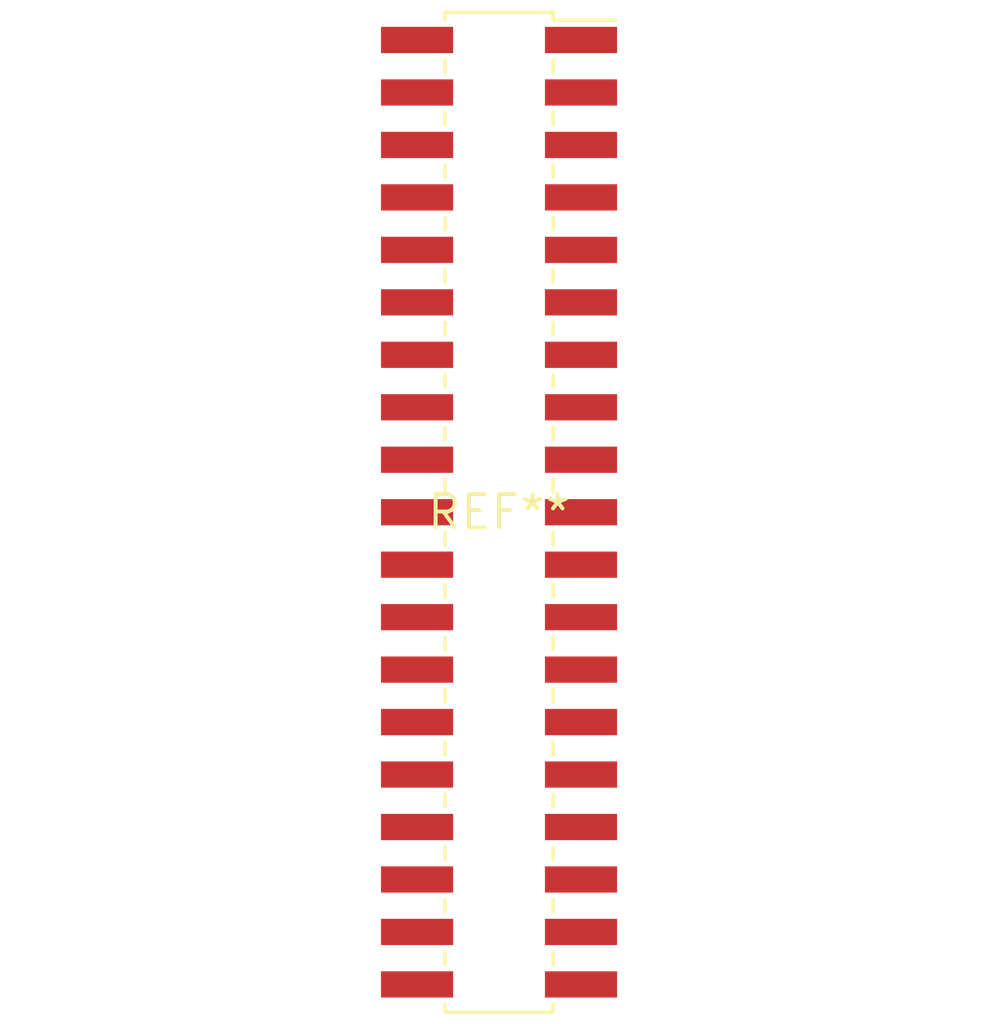
<source format=kicad_pcb>
(kicad_pcb (version 20240108) (generator pcbnew)
  (layers (0 "F.Cu" signal) (31 "B.Cu" signal) (34 "B.Paste" user) (35 "F.Paste" user) (36 "B.SilkS" user "B.Silkscreen") (37 "F.SilkS" user "F.Silkscreen") (38 "B.Mask" user) (39 "F.Mask" user) (44 "Edge.Cuts" user))
  (net 0 "")
  (footprint "PinSocket_2x19_P2.00mm_Vertical_SMD" (layer "F.Cu") (at 0 0)
    (property "Reference" "REF**")
    (property "Value" "PinSocket_2x19_P2.00mm_Vertical_SMD")
    (fp_line (start -2.06 -19.06) (end -2.06 -18.76) (layer "F.SilkS") (stroke (width 0.12)))
    (fp_line (start -2.06 -19.06) (end 2.06 -19.06) (layer "F.SilkS") (stroke (width 0.12)))
    (fp_line (start -2.06 -17.24) (end -2.06 -16.76) (layer "F.SilkS") (stroke (width 0.12)))
    (fp_line (start -2.06 -15.24) (end -2.06 -14.76) (layer "F.SilkS") (stroke (width 0.12)))
    (fp_line (start -2.06 -13.24) (end -2.06 -12.76) (layer "F.SilkS") (stroke (width 0.12)))
    (fp_line (start -2.06 -11.24) (end -2.06 -10.76) (layer "F.SilkS") (stroke (width 0.12)))
    (fp_line (start -2.06 -9.24) (end -2.06 -8.76) (layer "F.SilkS") (stroke (width 0.12)))
    (fp_line (start -2.06 -7.24) (end -2.06 -6.76) (layer "F.SilkS") (stroke (width 0.12)))
    (fp_line (start -2.06 -5.24) (end -2.06 -4.76) (layer "F.SilkS") (stroke (width 0.12)))
    (fp_line (start -2.06 -3.24) (end -2.06 -2.76) (layer "F.SilkS") (stroke (width 0.12)))
    (fp_line (start -2.06 -1.24) (end -2.06 -0.76) (layer "F.SilkS") (stroke (width 0.12)))
    (fp_line (start -2.06 0.76) (end -2.06 1.24) (layer "F.SilkS") (stroke (width 0.12)))
    (fp_line (start -2.06 2.76) (end -2.06 3.24) (layer "F.SilkS") (stroke (width 0.12)))
    (fp_line (start -2.06 4.76) (end -2.06 5.24) (layer "F.SilkS") (stroke (width 0.12)))
    (fp_line (start -2.06 6.76) (end -2.06 7.24) (layer "F.SilkS") (stroke (width 0.12)))
    (fp_line (start -2.06 8.76) (end -2.06 9.24) (layer "F.SilkS") (stroke (width 0.12)))
    (fp_line (start -2.06 10.76) (end -2.06 11.24) (layer "F.SilkS") (stroke (width 0.12)))
    (fp_line (start -2.06 12.76) (end -2.06 13.24) (layer "F.SilkS") (stroke (width 0.12)))
    (fp_line (start -2.06 14.76) (end -2.06 15.24) (layer "F.SilkS") (stroke (width 0.12)))
    (fp_line (start -2.06 16.76) (end -2.06 17.24) (layer "F.SilkS") (stroke (width 0.12)))
    (fp_line (start -2.06 18.76) (end -2.06 19.06) (layer "F.SilkS") (stroke (width 0.12)))
    (fp_line (start -2.06 19.06) (end 2.06 19.06) (layer "F.SilkS") (stroke (width 0.12)))
    (fp_line (start 2.06 -19.06) (end 2.06 -18.76) (layer "F.SilkS") (stroke (width 0.12)))
    (fp_line (start 2.06 -18.76) (end 4.44 -18.76) (layer "F.SilkS") (stroke (width 0.12)))
    (fp_line (start 2.06 -17.24) (end 2.06 -16.76) (layer "F.SilkS") (stroke (width 0.12)))
    (fp_line (start 2.06 -15.24) (end 2.06 -14.76) (layer "F.SilkS") (stroke (width 0.12)))
    (fp_line (start 2.06 -13.24) (end 2.06 -12.76) (layer "F.SilkS") (stroke (width 0.12)))
    (fp_line (start 2.06 -11.24) (end 2.06 -10.76) (layer "F.SilkS") (stroke (width 0.12)))
    (fp_line (start 2.06 -9.24) (end 2.06 -8.76) (layer "F.SilkS") (stroke (width 0.12)))
    (fp_line (start 2.06 -7.24) (end 2.06 -6.76) (layer "F.SilkS") (stroke (width 0.12)))
    (fp_line (start 2.06 -5.24) (end 2.06 -4.76) (layer "F.SilkS") (stroke (width 0.12)))
    (fp_line (start 2.06 -3.24) (end 2.06 -2.76) (layer "F.SilkS") (stroke (width 0.12)))
    (fp_line (start 2.06 -1.24) (end 2.06 -0.76) (layer "F.SilkS") (stroke (width 0.12)))
    (fp_line (start 2.06 0.76) (end 2.06 1.24) (layer "F.SilkS") (stroke (width 0.12)))
    (fp_line (start 2.06 2.76) (end 2.06 3.24) (layer "F.SilkS") (stroke (width 0.12)))
    (fp_line (start 2.06 4.76) (end 2.06 5.24) (layer "F.SilkS") (stroke (width 0.12)))
    (fp_line (start 2.06 6.76) (end 2.06 7.24) (layer "F.SilkS") (stroke (width 0.12)))
    (fp_line (start 2.06 8.76) (end 2.06 9.24) (layer "F.SilkS") (stroke (width 0.12)))
    (fp_line (start 2.06 10.76) (end 2.06 11.24) (layer "F.SilkS") (stroke (width 0.12)))
    (fp_line (start 2.06 12.76) (end 2.06 13.24) (layer "F.SilkS") (stroke (width 0.12)))
    (fp_line (start 2.06 14.76) (end 2.06 15.24) (layer "F.SilkS") (stroke (width 0.12)))
    (fp_line (start 2.06 16.76) (end 2.06 17.24) (layer "F.SilkS") (stroke (width 0.12)))
    (fp_line (start 2.06 18.76) (end 2.06 19.06) (layer "F.SilkS") (stroke (width 0.12)))
    (pad "1" smd rect (at 3.125 -18) (size 2.75 1) (layers "F.Cu" "F.Paste" "F.Mask"))
    (pad "2" smd rect (at -3.125 -18) (size 2.75 1) (layers "F.Cu" "F.Paste" "F.Mask"))
    (pad "3" smd rect (at 3.125 -16) (size 2.75 1) (layers "F.Cu" "F.Paste" "F.Mask"))
    (pad "4" smd rect (at -3.125 -16) (size 2.75 1) (layers "F.Cu" "F.Paste" "F.Mask"))
    (pad "5" smd rect (at 3.125 -14) (size 2.75 1) (layers "F.Cu" "F.Paste" "F.Mask"))
    (pad "6" smd rect (at -3.125 -14) (size 2.75 1) (layers "F.Cu" "F.Paste" "F.Mask"))
    (pad "7" smd rect (at 3.125 -12) (size 2.75 1) (layers "F.Cu" "F.Paste" "F.Mask"))
    (pad "8" smd rect (at -3.125 -12) (size 2.75 1) (layers "F.Cu" "F.Paste" "F.Mask"))
    (pad "9" smd rect (at 3.125 -10) (size 2.75 1) (layers "F.Cu" "F.Paste" "F.Mask"))
    (pad "10" smd rect (at -3.125 -10) (size 2.75 1) (layers "F.Cu" "F.Paste" "F.Mask"))
    (pad "11" smd rect (at 3.125 -8) (size 2.75 1) (layers "F.Cu" "F.Paste" "F.Mask"))
    (pad "12" smd rect (at -3.125 -8) (size 2.75 1) (layers "F.Cu" "F.Paste" "F.Mask"))
    (pad "13" smd rect (at 3.125 -6) (size 2.75 1) (layers "F.Cu" "F.Paste" "F.Mask"))
    (pad "14" smd rect (at -3.125 -6) (size 2.75 1) (layers "F.Cu" "F.Paste" "F.Mask"))
    (pad "15" smd rect (at 3.125 -4) (size 2.75 1) (layers "F.Cu" "F.Paste" "F.Mask"))
    (pad "16" smd rect (at -3.125 -4) (size 2.75 1) (layers "F.Cu" "F.Paste" "F.Mask"))
    (pad "17" smd rect (at 3.125 -2) (size 2.75 1) (layers "F.Cu" "F.Paste" "F.Mask"))
    (pad "18" smd rect (at -3.125 -2) (size 2.75 1) (layers "F.Cu" "F.Paste" "F.Mask"))
    (pad "19" smd rect (at 3.125 0) (size 2.75 1) (layers "F.Cu" "F.Paste" "F.Mask"))
    (pad "20" smd rect (at -3.125 0) (size 2.75 1) (layers "F.Cu" "F.Paste" "F.Mask"))
    (pad "21" smd rect (at 3.125 2) (size 2.75 1) (layers "F.Cu" "F.Paste" "F.Mask"))
    (pad "22" smd rect (at -3.125 2) (size 2.75 1) (layers "F.Cu" "F.Paste" "F.Mask"))
    (pad "23" smd rect (at 3.125 4) (size 2.75 1) (layers "F.Cu" "F.Paste" "F.Mask"))
    (pad "24" smd rect (at -3.125 4) (size 2.75 1) (layers "F.Cu" "F.Paste" "F.Mask"))
    (pad "25" smd rect (at 3.125 6) (size 2.75 1) (layers "F.Cu" "F.Paste" "F.Mask"))
    (pad "26" smd rect (at -3.125 6) (size 2.75 1) (layers "F.Cu" "F.Paste" "F.Mask"))
    (pad "27" smd rect (at 3.125 8) (size 2.75 1) (layers "F.Cu" "F.Paste" "F.Mask"))
    (pad "28" smd rect (at -3.125 8) (size 2.75 1) (layers "F.Cu" "F.Paste" "F.Mask"))
    (pad "29" smd rect (at 3.125 10) (size 2.75 1) (layers "F.Cu" "F.Paste" "F.Mask"))
    (pad "30" smd rect (at -3.125 10) (size 2.75 1) (layers "F.Cu" "F.Paste" "F.Mask"))
    (pad "31" smd rect (at 3.125 12) (size 2.75 1) (layers "F.Cu" "F.Paste" "F.Mask"))
    (pad "32" smd rect (at -3.125 12) (size 2.75 1) (layers "F.Cu" "F.Paste" "F.Mask"))
    (pad "33" smd rect (at 3.125 14) (size 2.75 1) (layers "F.Cu" "F.Paste" "F.Mask"))
    (pad "34" smd rect (at -3.125 14) (size 2.75 1) (layers "F.Cu" "F.Paste" "F.Mask"))
    (pad "35" smd rect (at 3.125 16) (size 2.75 1) (layers "F.Cu" "F.Paste" "F.Mask"))
    (pad "36" smd rect (at -3.125 16) (size 2.75 1) (layers "F.Cu" "F.Paste" "F.Mask"))
    (pad "37" smd rect (at 3.125 18) (size 2.75 1) (layers "F.Cu" "F.Paste" "F.Mask"))
    (pad "38" smd rect (at -3.125 18) (size 2.75 1) (layers "F.Cu" "F.Paste" "F.Mask"))
  )
)
</source>
